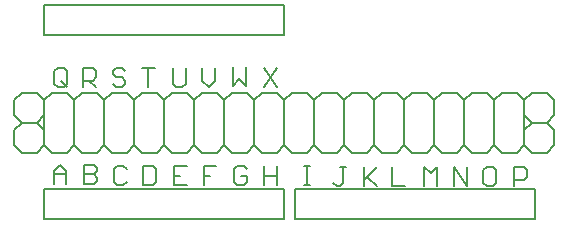
<source format=gto>
G75*
%MOIN*%
%OFA0B0*%
%FSLAX25Y25*%
%IPPOS*%
%LPD*%
%AMOC8*
5,1,8,0,0,1.08239X$1,22.5*
%
%ADD10C,0.00600*%
%ADD11C,0.00500*%
D10*
X0039108Y0018916D02*
X0040175Y0017848D01*
X0042311Y0017848D01*
X0043378Y0018916D01*
X0039108Y0018916D02*
X0039108Y0023186D01*
X0040175Y0024253D01*
X0042311Y0024253D01*
X0043378Y0023186D01*
X0048950Y0024253D02*
X0052153Y0024253D01*
X0053221Y0023186D01*
X0053221Y0018916D01*
X0052153Y0017848D01*
X0048950Y0017848D01*
X0048950Y0024253D01*
X0048513Y0028670D02*
X0046013Y0031170D01*
X0046013Y0046170D01*
X0043513Y0048670D01*
X0038513Y0048670D01*
X0036013Y0046170D01*
X0036013Y0031170D01*
X0033513Y0028670D01*
X0028513Y0028670D01*
X0026013Y0031170D01*
X0023513Y0028670D01*
X0018513Y0028670D01*
X0016013Y0031170D01*
X0016013Y0036170D01*
X0013513Y0038670D01*
X0016013Y0041170D01*
X0016013Y0046170D01*
X0013513Y0048670D01*
X0008513Y0048670D01*
X0006013Y0046170D01*
X0006013Y0041170D01*
X0008513Y0038670D01*
X0013513Y0038670D01*
X0008513Y0038670D01*
X0006013Y0036170D01*
X0006013Y0031170D01*
X0008513Y0028670D01*
X0013513Y0028670D01*
X0016013Y0031170D01*
X0016013Y0046170D01*
X0018513Y0048670D01*
X0023513Y0048670D01*
X0026013Y0046170D01*
X0026013Y0031170D01*
X0036013Y0031170D02*
X0038513Y0028670D01*
X0043513Y0028670D01*
X0046013Y0031170D01*
X0048513Y0028670D02*
X0053513Y0028670D01*
X0056013Y0031170D01*
X0056013Y0046170D01*
X0053513Y0048670D01*
X0048513Y0048670D01*
X0046013Y0046170D01*
X0041917Y0050525D02*
X0039782Y0050525D01*
X0038714Y0051593D01*
X0041917Y0050525D02*
X0042984Y0051593D01*
X0042984Y0052660D01*
X0041917Y0053728D01*
X0039782Y0053728D01*
X0038714Y0054796D01*
X0038714Y0055863D01*
X0039782Y0056931D01*
X0041917Y0056931D01*
X0042984Y0055863D01*
X0048557Y0056931D02*
X0052827Y0056931D01*
X0050692Y0056931D02*
X0050692Y0050525D01*
X0056013Y0046170D02*
X0058513Y0048670D01*
X0063513Y0048670D01*
X0066013Y0046170D01*
X0066013Y0031170D01*
X0063513Y0028670D01*
X0058513Y0028670D01*
X0056013Y0031170D01*
X0066013Y0031170D02*
X0068513Y0028670D01*
X0073513Y0028670D01*
X0076013Y0031170D01*
X0076013Y0046170D01*
X0073513Y0048670D01*
X0068513Y0048670D01*
X0066013Y0046170D01*
X0061996Y0050525D02*
X0059860Y0050525D01*
X0058793Y0051593D01*
X0058793Y0056931D01*
X0063063Y0056931D02*
X0063063Y0051593D01*
X0061996Y0050525D01*
X0068635Y0052660D02*
X0070771Y0050525D01*
X0072906Y0052660D01*
X0072906Y0056931D01*
X0068635Y0056931D02*
X0068635Y0052660D01*
X0076013Y0046170D02*
X0078513Y0048670D01*
X0083513Y0048670D01*
X0086013Y0046170D01*
X0086013Y0031170D01*
X0083513Y0028670D01*
X0078513Y0028670D01*
X0076013Y0031170D01*
X0086013Y0031170D02*
X0088513Y0028670D01*
X0093513Y0028670D01*
X0096013Y0031170D01*
X0096013Y0046170D01*
X0098513Y0048670D01*
X0103513Y0048670D01*
X0106013Y0046170D01*
X0106013Y0031170D01*
X0103513Y0028670D01*
X0098513Y0028670D01*
X0096013Y0031170D01*
X0096013Y0046170D01*
X0093513Y0048670D01*
X0088513Y0048670D01*
X0086013Y0046170D01*
X0089313Y0050470D02*
X0093583Y0056876D01*
X0089313Y0056876D02*
X0093583Y0050470D01*
X0083142Y0050919D02*
X0083142Y0057324D01*
X0078872Y0057324D02*
X0078872Y0050919D01*
X0081007Y0053054D01*
X0083142Y0050919D01*
X0106013Y0046170D02*
X0108513Y0048670D01*
X0113513Y0048670D01*
X0116013Y0046170D01*
X0116013Y0031170D01*
X0113513Y0028670D01*
X0108513Y0028670D01*
X0106013Y0031170D01*
X0116013Y0031170D02*
X0118513Y0028670D01*
X0123513Y0028670D01*
X0126013Y0031170D01*
X0126013Y0046170D01*
X0123513Y0048670D01*
X0118513Y0048670D01*
X0116013Y0046170D01*
X0126013Y0046170D02*
X0128513Y0048670D01*
X0133513Y0048670D01*
X0136013Y0046170D01*
X0136013Y0031170D01*
X0133513Y0028670D01*
X0128513Y0028670D01*
X0126013Y0031170D01*
X0136013Y0031170D02*
X0138513Y0028670D01*
X0143513Y0028670D01*
X0146013Y0031170D01*
X0146013Y0046170D01*
X0143513Y0048670D01*
X0138513Y0048670D01*
X0136013Y0046170D01*
X0146013Y0046170D02*
X0148513Y0048670D01*
X0153513Y0048670D01*
X0156013Y0046170D01*
X0156013Y0031170D01*
X0153513Y0028670D01*
X0148513Y0028670D01*
X0146013Y0031170D01*
X0156013Y0031170D02*
X0158513Y0028670D01*
X0163513Y0028670D01*
X0166013Y0031170D01*
X0166013Y0046170D01*
X0163513Y0048670D01*
X0158513Y0048670D01*
X0156013Y0046170D01*
X0166013Y0046170D02*
X0168513Y0048670D01*
X0173513Y0048670D01*
X0176013Y0046170D01*
X0178513Y0048670D01*
X0183513Y0048670D01*
X0186013Y0046170D01*
X0186013Y0041170D01*
X0183513Y0038670D01*
X0178513Y0038670D01*
X0176013Y0041170D01*
X0176013Y0046170D01*
X0176013Y0031170D01*
X0178513Y0028670D01*
X0183513Y0028670D01*
X0186013Y0031170D01*
X0186013Y0036170D01*
X0183513Y0038670D01*
X0178513Y0038670D01*
X0176013Y0036170D01*
X0176013Y0031170D01*
X0173513Y0028670D01*
X0168513Y0028670D01*
X0166013Y0031170D01*
X0165539Y0023860D02*
X0163404Y0023860D01*
X0162336Y0022792D01*
X0162336Y0018522D01*
X0163404Y0017454D01*
X0165539Y0017454D01*
X0166607Y0018522D01*
X0166607Y0022792D01*
X0165539Y0023860D01*
X0172572Y0023860D02*
X0175775Y0023860D01*
X0176843Y0022792D01*
X0176843Y0020657D01*
X0175775Y0019589D01*
X0172572Y0019589D01*
X0172572Y0017454D02*
X0172572Y0023860D01*
X0156764Y0023860D02*
X0156764Y0017454D01*
X0152494Y0023860D01*
X0152494Y0017454D01*
X0146921Y0017454D02*
X0146921Y0023860D01*
X0144786Y0021725D01*
X0142651Y0023860D01*
X0142651Y0017454D01*
X0136292Y0017454D02*
X0132021Y0017454D01*
X0132021Y0023860D01*
X0126843Y0023860D02*
X0122572Y0019589D01*
X0123640Y0020657D02*
X0126843Y0017454D01*
X0122572Y0017454D02*
X0122572Y0023860D01*
X0116607Y0023860D02*
X0114471Y0023860D01*
X0115539Y0023860D02*
X0115539Y0018522D01*
X0114471Y0017454D01*
X0113404Y0017454D01*
X0112336Y0018522D01*
X0104629Y0017848D02*
X0102494Y0017848D01*
X0103561Y0017848D02*
X0103561Y0024253D01*
X0102494Y0024253D02*
X0104629Y0024253D01*
X0093378Y0024253D02*
X0093378Y0017848D01*
X0089108Y0017848D02*
X0089108Y0024253D01*
X0083536Y0023186D02*
X0082468Y0024253D01*
X0080333Y0024253D01*
X0079265Y0023186D01*
X0079265Y0018916D01*
X0080333Y0017848D01*
X0082468Y0017848D01*
X0083536Y0018916D01*
X0083536Y0021051D01*
X0081401Y0021051D01*
X0089108Y0021051D02*
X0093378Y0021051D01*
X0073299Y0024253D02*
X0069029Y0024253D01*
X0069029Y0017848D01*
X0063457Y0017848D02*
X0059187Y0017848D01*
X0059187Y0024253D01*
X0063457Y0024253D01*
X0061322Y0021051D02*
X0059187Y0021051D01*
X0069029Y0021051D02*
X0071164Y0021051D01*
X0033536Y0020377D02*
X0033536Y0019309D01*
X0032468Y0018242D01*
X0029265Y0018242D01*
X0029265Y0024647D01*
X0032468Y0024647D01*
X0033536Y0023580D01*
X0033536Y0022512D01*
X0032468Y0021444D01*
X0029265Y0021444D01*
X0032468Y0021444D02*
X0033536Y0020377D01*
X0023299Y0021444D02*
X0019029Y0021444D01*
X0019029Y0022512D02*
X0021164Y0024647D01*
X0023299Y0022512D01*
X0023299Y0018242D01*
X0019029Y0018242D02*
X0019029Y0022512D01*
X0026013Y0046170D02*
X0028513Y0048670D01*
X0033513Y0048670D01*
X0036013Y0046170D01*
X0033142Y0050525D02*
X0031007Y0052660D01*
X0032074Y0052660D02*
X0028872Y0052660D01*
X0028872Y0050525D02*
X0028872Y0056931D01*
X0032074Y0056931D01*
X0033142Y0055863D01*
X0033142Y0053728D01*
X0032074Y0052660D01*
X0023583Y0051538D02*
X0023583Y0055808D01*
X0022515Y0056876D01*
X0020380Y0056876D01*
X0019313Y0055808D01*
X0019313Y0051538D01*
X0020380Y0050470D01*
X0022515Y0050470D01*
X0023583Y0051538D01*
X0023583Y0050470D02*
X0021448Y0052605D01*
D11*
X0016013Y0016595D02*
X0016013Y0006595D01*
X0096013Y0006595D01*
X0096013Y0016595D01*
X0016013Y0016595D01*
X0099517Y0016643D02*
X0099517Y0006643D01*
X0179517Y0006643D01*
X0179517Y0016643D01*
X0099517Y0016643D01*
X0096013Y0067725D02*
X0016013Y0067725D01*
X0016013Y0077725D01*
X0096013Y0077725D01*
X0096013Y0067725D01*
M02*

</source>
